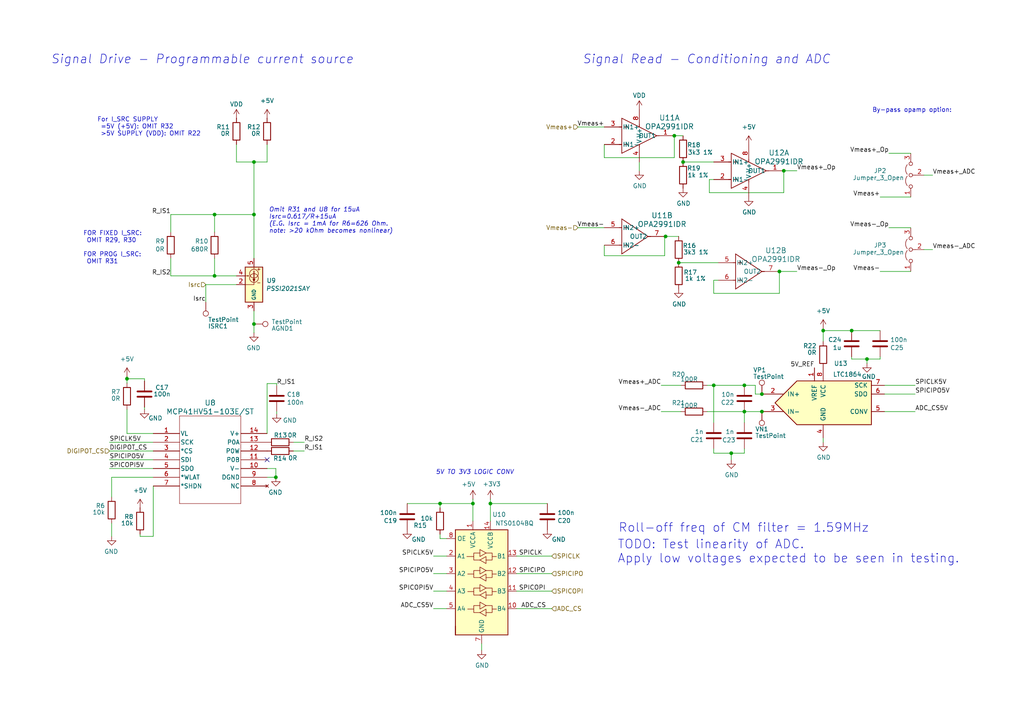
<source format=kicad_sch>
(kicad_sch (version 20231120) (generator "eeschema") (generator_version "8.0")
  (paper "A4")
  (lib_symbols
    (symbol "Analog_ADC:LTC1864" (pin_names (offset 1.016))
      (property "Reference" "U" (at -10.16 7.62 0))
      (property "Value" "LTC1864" (at 11.43 7.62 0))
      (symbol "LTC1864_0_1"
        (polyline (pts (xy 11.43 6.35) (xy -10.16 6.35) (xy -16.51 0) (xy -10.16 -6.35) (xy 11.43 -6.35) (xy 11.43 6.35)) (stroke (width 0.254)) (fill (type background)))
      )
      (symbol "LTC1864_1_1"
        (pin input line (at -5.08 10.16 270) (length 3.81) (name "VREF") (number "1"))
        (pin input line (at -20.32 2.54 0) (length 6.35) (name "IN+") (number "2"))
        (pin input line (at -20.32 -2.54 0) (length 6.35) (name "IN-") (number "3"))
        (pin power_in line (at -2.54 -10.16 90) (length 3.81) (name "GND") (number "4"))
        (pin input line (at 15.24 -2.54 180) (length 3.81) (name "CONV") (number "5"))
        (pin output line (at 15.24 2.54 180) (length 3.81) (name "SDO") (number "6"))
        (pin input line (at 15.24 5.08 180) (length 3.81) (name "SCK") (number "7"))
        (pin power_in line (at -2.54 10.16 270) (length 3.81) (name "VCC") (number "8"))
      )
    )
    (symbol "Connector:TestPoint" (pin_numbers hide) (pin_names (offset 0.762) hide)
      (property "Reference" "TP" (at 0 6.858 0))
      (property "Value" "TestPoint" (at 0 5.08 0))
      (symbol "TestPoint_0_1"
        (circle (center 0 3.302) (radius 0.762))
      )
      (symbol "TestPoint_1_1"
        (pin passive line (at 0 0 90) (length 2.54) (name "1") (number "1"))
      )
    )
    (symbol "Device:C" (pin_numbers hide) (pin_names (offset 0.254))
      (property "Reference" "C" (at 0.635 2.54 0))
      (property "Value" "C" (at 0.635 -2.54 0))
      (symbol "C_0_1"
        (polyline (pts (xy -2.032 -0.762) (xy 2.032 -0.762)) (stroke (width 0.508)))
        (polyline (pts (xy -2.032 0.762) (xy 2.032 0.762)) (stroke (width 0.508)))
      )
      (symbol "C_1_1"
        (pin passive line (at 0 3.81 270) (length 2.794) (name "~") (number "1"))
        (pin passive line (at 0 -3.81 90) (length 2.794) (name "~") (number "2"))
      )
    )
    (symbol "Device:R" (pin_numbers hide) (pin_names (offset 0))
      (property "Reference" "R" (at 2.032 0 90))
      (property "Value" "R" (at 0 0 90))
      (symbol "R_0_1"
        (rectangle (start -1.016 -2.54) (end 1.016 2.54) (stroke (width 0.254)))
      )
      (symbol "R_1_1"
        (pin passive line (at 0 3.81 270) (length 1.27) (name "~") (number "1"))
        (pin passive line (at 0 -3.81 90) (length 1.27) (name "~") (number "2"))
      )
    )
    (symbol "Digipot:MCP41HV51-103E_ST" (pin_names (offset 0.254))
      (property "Reference" "U" (at 17.78 10.16 0))
      (property "Value" "MCP41HV51-103E/ST" (at 17.78 7.62 0))
      (symbol "MCP41HV51-103E_ST_0_1"
        (polyline (pts (xy 7.62 -20.32) (xy 25.4 -20.32)) (stroke (width 0.127)))
        (polyline (pts (xy 7.62 5.08) (xy 7.62 -20.32)) (stroke (width 0.127)))
        (polyline (pts (xy 25.4 -20.32) (xy 25.4 5.08)) (stroke (width 0.127)))
        (polyline (pts (xy 25.4 5.08) (xy 7.62 5.08)) (stroke (width 0.127)))
        (pin power_in line (at 0 0 0) (length 7.62) (name "VL") (number "1"))
        (pin power_in line (at 33.02 -10.16 180) (length 7.62) (name "V-") (number "10"))
        (pin bidirectional line (at 33.02 -7.62 180) (length 7.62) (name "P0B") (number "11"))
        (pin bidirectional line (at 33.02 -5.08 180) (length 7.62) (name "P0W") (number "12"))
        (pin bidirectional line (at 33.02 -2.54 180) (length 7.62) (name "P0A") (number "13"))
        (pin power_in line (at 33.02 0 180) (length 7.62) (name "V+") (number "14"))
        (pin input line (at 0 -2.54 0) (length 7.62) (name "SCK") (number "2"))
        (pin input line (at 0 -5.08 0) (length 7.62) (name "*CS") (number "3"))
        (pin input line (at 0 -7.62 0) (length 7.62) (name "SDI") (number "4"))
        (pin output line (at 0 -10.16 0) (length 7.62) (name "SDO") (number "5"))
        (pin input line (at 0 -12.7 0) (length 7.62) (name "*WLAT") (number "6"))
        (pin input line (at 0 -15.24 0) (length 7.62) (name "*SHDN") (number "7"))
        (pin no_connect line (at 33.02 -15.24 180) (length 7.62) (name "NC") (number "8"))
        (pin power_in line (at 33.02 -12.7 180) (length 7.62) (name "DGND") (number "9"))
      )
    )
    (symbol "Jumper:Jumper_3_Open" (pin_names (offset 0) hide) (exclude_from_sim yes) (in_bom no)
      (property "Reference" "JP" (at -2.54 -2.54 0))
      (property "Value" "Jumper_3_Open" (at 0 2.794 0))
      (symbol "Jumper_3_Open_0_0"
        (circle (center -3.302 0) (radius 0.508))
        (circle (center 0 0) (radius 0.508))
        (circle (center 3.302 0) (radius 0.508))
      )
      (symbol "Jumper_3_Open_0_1"
        (arc (start -0.254 1.016) (mid -1.651 1.4992) (end -3.048 1.016))
        (polyline (pts (xy 0 -0.508) (xy 0 -1.27)))
        (arc (start 3.048 1.016) (mid 1.651 1.4992) (end 0.254 1.016))
      )
      (symbol "Jumper_3_Open_1_1"
        (pin passive line (at -6.35 0 0) (length 2.54) (name "A") (number "1"))
        (pin passive line (at 0 -3.81 90) (length 2.54) (name "C") (number "2"))
        (pin passive line (at 6.35 0 180) (length 2.54) (name "B") (number "3"))
      )
    )
    (symbol "OPA2991IDR:OPA2991IDR" (pin_names (offset 0.254))
      (property "Reference" "U" (at 0 2.54 0))
      (property "Value" "OPA2991IDR" (at 0 0 0))
      (symbol "OPA2991IDR_1_1"
        (polyline (pts (xy 5.08 -7.62) (xy 5.08 2.54)) (stroke (width 0.2032)))
        (polyline (pts (xy 5.08 -7.62) (xy 15.24 -2.54)) (stroke (width 0.2032)))
        (polyline (pts (xy 5.08 -5.08) (xy 4.318 -5.08)) (stroke (width 0.2032)))
        (polyline (pts (xy 5.08 0) (xy 4.318 0)) (stroke (width 0.2032)))
        (polyline (pts (xy 5.08 2.54) (xy 15.24 -2.54)) (stroke (width 0.2032)))
        (polyline (pts (xy 6.35 -0.508) (xy 6.35 0.508)) (stroke (width 0.2032)))
        (polyline (pts (xy 6.858 -5.08) (xy 5.842 -5.08)) (stroke (width 0.2032)))
        (polyline (pts (xy 6.858 0) (xy 5.842 0)) (stroke (width 0.2032)))
        (polyline (pts (xy 10.16 -5.08) (xy 10.16 -5.842)) (stroke (width 0.2032)))
        (polyline (pts (xy 10.16 0) (xy 10.16 0.762)) (stroke (width 0.2032)))
        (polyline (pts (xy 15.24 -2.54) (xy 16.002 -2.54)) (stroke (width 0.2032)))
        (pin unspecified line (at 20.32 -2.54 180) (length 5.08) (name "OUT1") (number "1"))
        (pin tri_state line (at 0 -5.08 0) (length 5.08) (name "IN1-") (number "2"))
        (pin tri_state line (at 0 0 0) (length 5.08) (name "IN1+") (number "3"))
        (pin power_in line (at 10.16 -10.16 90) (length 5.08) (name "V-") (number "4"))
        (pin power_in line (at 10.16 5.08 270) (length 5.08) (name "V+") (number "8"))
      )
      (symbol "OPA2991IDR_2_1"
        (polyline (pts (xy 5.08 -7.62) (xy 5.08 2.54)) (stroke (width 0.2032)))
        (polyline (pts (xy 5.08 -7.62) (xy 12.7 -2.54)) (stroke (width 0.2032)))
        (polyline (pts (xy 5.08 -5.08) (xy 4.318 -5.08)) (stroke (width 0.2032)))
        (polyline (pts (xy 5.08 0) (xy 4.318 0)) (stroke (width 0.2032)))
        (polyline (pts (xy 5.08 2.54) (xy 12.7 -2.54)) (stroke (width 0.2032)))
        (polyline (pts (xy 6.35 -0.508) (xy 6.35 0.508)) (stroke (width 0.2032)))
        (polyline (pts (xy 6.858 -5.08) (xy 5.842 -5.08)) (stroke (width 0.2032)))
        (polyline (pts (xy 6.858 0) (xy 5.842 0)) (stroke (width 0.2032)))
        (polyline (pts (xy 12.7 -2.54) (xy 13.462 -2.54)) (stroke (width 0.2032)))
        (pin tri_state line (at 0 0 0) (length 5.08) (name "IN2+") (number "5"))
        (pin tri_state line (at 0 -5.08 0) (length 5.08) (name "IN2-") (number "6"))
        (pin unspecified line (at 17.78 -2.54 180) (length 5.08) (name "OUT2") (number "7"))
      )
    )
    (symbol "Reference_Current:PSSI2021SAY"
      (property "Reference" "U" (at 1.27 8.255 0))
      (property "Value" "PSSI2021SAY" (at 1.27 6.35 0))
      (symbol "PSSI2021SAY_0_1"
        (pin power_out line (at 5.08 0 180) (length 2.54) (name "~") (number "2"))
      )
      (symbol "PSSI2021SAY_1_1"
        (rectangle (start -2.54 5.08) (end 2.54 -5.08) (stroke (width 0.254)) (fill (type background)))
        (polyline (pts (xy -1.778 0.508) (xy -1.016 0.508)))
        (polyline (pts (xy -1.778 4.445) (xy -1.016 4.445)))
        (polyline (pts (xy -1.397 4.826) (xy -1.397 4.064)))
        (polyline (pts (xy 0 3.937) (xy 0 1.143)) (stroke (width 0.254)))
        (polyline (pts (xy 0 5.08) (xy 0 4.445)))
        (polyline (pts (xy 2.54 0) (xy 0 0) (xy 0 0.635)))
        (polyline (pts (xy 0 1.016) (xy -0.254 1.524) (xy 0.254 1.524) (xy 0 1.016)) (stroke (width 0.254)))
        (polyline (pts (xy 2.54 2.54) (xy 1.778 2.54) (xy 1.778 2.667) (xy 1.524 2.54) (xy 1.778 2.413) (xy 1.778 2.54)))
        (circle (center 0 1.905) (radius 1.27))
        (circle (center 0 3.175) (radius 1.27))
        (pin no_connect line (at -2.54 -2.54 0) (length 2.54) hide (name "NC") (number "1"))
        (pin power_in line (at 0 -7.62 90) (length 2.54) (name "GND") (number "3"))
        (pin passive line (at 5.08 2.54 180) (length 2.54) (name "~") (number "4"))
        (pin power_in line (at 0 7.62 270) (length 2.54) (name "~") (number "5"))
      )
    )
    (symbol "black_sensor_array_EIT_1-rescue:NTS0104BQ-NTS0104BQ"
      (property "Reference" "U" (at -6.35 16.51 0))
      (property "Value" "NTS0104BQ-NTS0104BQ" (at 3.81 16.51 0))
      (symbol "NTS0104BQ-NTS0104BQ_0_1"
        (rectangle (start -7.62 -15.24) (end -7.62 -12.7) (stroke (width 0.254)))
        (rectangle (start -7.62 15.24) (end 7.62 -15.24) (stroke (width 0.254)) (fill (type background)))
        (polyline (pts (xy -2.286 -7.747) (xy -2.286 -6.731) (xy -0.508 -6.731)))
        (polyline (pts (xy -2.286 -2.667) (xy -2.286 -1.651) (xy -0.508 -1.651)))
        (polyline (pts (xy -2.286 2.413) (xy -2.286 3.429) (xy -0.508 3.429)))
        (polyline (pts (xy -2.286 7.493) (xy -2.286 8.509) (xy -0.508 8.509)))
        (polyline (pts (xy 3.048 -7.747) (xy 3.048 -8.763) (xy 1.27 -8.763)))
        (polyline (pts (xy 3.048 -2.667) (xy 3.048 -3.683) (xy 1.27 -3.683)))
        (polyline (pts (xy 3.048 2.413) (xy 3.048 1.397) (xy 1.27 1.397)))
        (polyline (pts (xy 3.048 7.493) (xy 3.048 6.477) (xy 1.27 6.477)))
        (polyline (pts (xy -0.508 -8.763) (xy -2.286 -8.763) (xy -2.286 -7.747) (xy -4.064 -7.747)))
        (polyline (pts (xy -0.508 -8.763) (xy 1.27 -7.747) (xy 1.27 -9.779) (xy -0.508 -8.763)))
        (polyline (pts (xy -0.508 -3.683) (xy -2.286 -3.683) (xy -2.286 -2.667) (xy -4.064 -2.667)))
        (polyline (pts (xy -0.508 -3.683) (xy 1.27 -2.667) (xy 1.27 -4.699) (xy -0.508 -3.683)))
        (polyline (pts (xy -0.508 1.397) (xy -2.286 1.397) (xy -2.286 2.413) (xy -4.064 2.413)))
        (polyline (pts (xy -0.508 1.397) (xy 1.27 2.413) (xy 1.27 0.381) (xy -0.508 1.397)))
        (polyline (pts (xy -0.508 6.477) (xy -2.286 6.477) (xy -2.286 7.493) (xy -4.318 7.493)))
        (polyline (pts (xy -0.508 6.477) (xy 1.27 7.493) (xy 1.27 5.461) (xy -0.508 6.477)))
        (polyline (pts (xy 1.27 -6.731) (xy -0.508 -7.747) (xy -0.508 -5.715) (xy 1.27 -6.731)))
        (polyline (pts (xy 1.27 -6.731) (xy 3.048 -6.731) (xy 3.048 -7.747) (xy 4.318 -7.747)))
        (polyline (pts (xy 1.27 -1.651) (xy -0.508 -2.667) (xy -0.508 -0.635) (xy 1.27 -1.651)))
        (polyline (pts (xy 1.27 -1.651) (xy 3.048 -1.651) (xy 3.048 -2.667) (xy 4.318 -2.667)))
        (polyline (pts (xy 1.27 3.429) (xy -0.508 2.413) (xy -0.508 4.445) (xy 1.27 3.429)))
        (polyline (pts (xy 1.27 3.429) (xy 3.048 3.429) (xy 3.048 2.413) (xy 4.318 2.413)))
        (polyline (pts (xy 1.27 8.509) (xy -0.508 7.493) (xy -0.508 9.525) (xy 1.27 8.509)))
        (polyline (pts (xy 1.27 8.509) (xy 3.048 8.509) (xy 3.048 7.493) (xy 4.318 7.493)))
      )
      (symbol "NTS0104BQ-NTS0104BQ_1_1"
        (pin power_in line (at -2.54 17.78 270) (length 2.54) (name "VCCA") (number "1"))
        (pin bidirectional line (at 10.16 -7.62 180) (length 2.54) (name "B4") (number "10"))
        (pin bidirectional line (at 10.16 -2.54 180) (length 2.54) (name "B3") (number "11"))
        (pin bidirectional line (at 10.16 2.54 180) (length 2.54) (name "B2") (number "12"))
        (pin bidirectional line (at 10.16 7.62 180) (length 2.54) (name "B1") (number "13"))
        (pin power_in line (at 2.54 17.78 270) (length 2.54) (name "VCCB") (number "14"))
        (pin bidirectional line (at -10.16 7.62 0) (length 2.54) (name "A1") (number "2"))
        (pin bidirectional line (at -10.16 2.54 0) (length 2.54) (name "A2") (number "3"))
        (pin bidirectional line (at -10.16 -2.54 0) (length 2.54) (name "A3") (number "4"))
        (pin bidirectional line (at -10.16 -7.62 0) (length 2.54) (name "A4") (number "5"))
        (pin no_connect line (at -10.16 -12.7 0) (length 2.54) hide (name "NC") (number "6"))
        (pin power_in line (at 0 -17.78 90) (length 2.54) (name "GND") (number "7"))
        (pin input line (at -10.16 12.7 0) (length 2.54) (name "OE") (number "8"))
        (pin no_connect line (at 10.16 -12.7 180) (length 2.54) hide (name "NC") (number "9"))
      )
    )
    (symbol "power:+3V3" (power) (pin_names (offset 0))
      (property "Value" "+3V3" (at 0 3.556 0))
      (symbol "+3V3_0_1"
        (polyline (pts (xy -0.762 1.27) (xy 0 2.54)))
        (polyline (pts (xy 0 0) (xy 0 2.54)))
        (polyline (pts (xy 0 2.54) (xy 0.762 1.27)))
      )
      (symbol "+3V3_1_1"
        (pin power_in line (at 0 0 90) (length 0) hide (name "+3V3") (number "1"))
      )
    )
    (symbol "power:+5V" (power) (pin_numbers hide) (pin_names (offset 0) hide)
      (property "Value" "+5V" (at 0 3.556 0))
      (symbol "+5V_0_1"
        (polyline (pts (xy -0.762 1.27) (xy 0 2.54)))
        (polyline (pts (xy 0 0) (xy 0 2.54)))
        (polyline (pts (xy 0 2.54) (xy 0.762 1.27)))
      )
      (symbol "+5V_1_1"
        (pin power_in line (at 0 0 90) (length 0) (name "~") (number "1"))
      )
    )
    (symbol "power:GND" (power) (pin_names (offset 0))
      (property "Value" "GND" (at 0 -3.81 0))
      (symbol "GND_0_1"
        (polyline (pts (xy 0 0) (xy 0 -1.27) (xy 1.27 -1.27) (xy 0 -2.54) (xy -1.27 -1.27) (xy 0 -1.27)))
      )
      (symbol "GND_1_1"
        (pin power_in line (at 0 0 270) (length 0) hide (name "GND") (number "1"))
      )
    )
    (symbol "power:VDD" (power) (pin_numbers hide) (pin_names (offset 0) hide)
      (property "Value" "VDD" (at 0 3.556 0))
      (symbol "VDD_0_1"
        (polyline (pts (xy -0.762 1.27) (xy 0 2.54)))
        (polyline (pts (xy 0 0) (xy 0 2.54)))
        (polyline (pts (xy 0 2.54) (xy 0.762 1.27)))
      )
      (symbol "VDD_1_1"
        (pin power_in line (at 0 0 90) (length 0) (name "~") (number "1"))
      )
    )
  )
  (junction (at 142.24 146.05))
  (junction (at 137.16 146.05))
  (junction (at 251.46 104.14))
  (junction (at 220.98 119.38))
  (junction (at 226.06 78.74))
  (junction (at 215.9 111.76))
  (junction (at 62.23 80.01))
  (junction (at 212.09 131.445))
  (junction (at 227.33 49.53))
  (junction (at 73.66 93.98))
  (junction (at 62.23 62.23))
  (junction (at 238.76 95.885))
  (junction (at 247.015 95.885))
  (junction (at 127.635 146.05))
  (junction (at 73.66 46.99))
  (junction (at 215.9 119.38))
  (junction (at 198.12 46.99))
  (junction (at 193.04 68.58))
  (junction (at 36.83 109.855))
  (junction (at 195.58 39.37))
  (junction (at 196.85 76.2))
  (junction (at 207.01 111.76))
  (junction (at 73.66 62.23))
  (junction (at 220.98 114.3))
  (junction (at 80.01 138.43))
  (no_connect (at 77.47 133.35))
  (wire (pts (xy 68.58 46.99) (xy 68.58 41.91)))
  (wire (pts (xy 44.45 128.27) (xy 31.75 128.27)))
  (wire (pts (xy 80.264 111.252) (xy 80.264 111.76)))
  (wire (pts (xy 127.635 147.32) (xy 127.635 146.05)))
  (wire (pts (xy 149.86 171.45) (xy 160.02 171.45)))
  (wire (pts (xy 212.09 131.445) (xy 212.09 133.35)))
  (wire (pts (xy 62.23 80.01) (xy 68.58 80.01)))
  (wire (pts (xy 198.12 46.99) (xy 207.01 46.99)))
  (wire (pts (xy 49.53 67.31) (xy 49.53 62.23)))
  (wire (pts (xy 205.74 55.88) (xy 227.33 55.88)))
  (wire (pts (xy 129.54 156.21) (xy 127.635 156.21)))
  (wire (pts (xy 215.9 122.555) (xy 215.9 119.38)))
  (wire (pts (xy 205.74 52.07) (xy 205.74 55.88)))
  (wire (pts (xy 139.7 188.595) (xy 139.7 186.69)))
  (wire (pts (xy 196.85 76.2) (xy 208.28 76.2)))
  (wire (pts (xy 44.45 140.97) (xy 44.45 155.575)))
  (wire (pts (xy 207.01 122.555) (xy 207.01 111.76)))
  (wire (pts (xy 36.83 109.855) (xy 36.83 109.22)))
  (wire (pts (xy 175.26 41.91) (xy 175.26 45.72)))
  (wire (pts (xy 193.04 68.58) (xy 196.85 68.58)))
  (wire (pts (xy 256.54 119.38) (xy 265.43 119.38)))
  (wire (pts (xy 207.01 111.76) (xy 215.9 111.76)))
  (wire (pts (xy 238.76 95.25) (xy 238.76 95.885)))
  (wire (pts (xy 192.786 74.168) (xy 192.786 68.58)))
  (wire (pts (xy 59.69 82.55) (xy 68.58 82.55)))
  (wire (pts (xy 62.23 74.93) (xy 62.23 80.01)))
  (wire (pts (xy 68.58 46.99) (xy 73.66 46.99)))
  (wire (pts (xy 215.9 111.76) (xy 219.075 111.76)))
  (wire (pts (xy 32.385 138.43) (xy 32.385 144.145)))
  (wire (pts (xy 215.9 119.38) (xy 205.105 119.38)))
  (wire (pts (xy 36.83 125.73) (xy 44.45 125.73)))
  (wire (pts (xy 40.64 155.575) (xy 44.45 155.575)))
  (wire (pts (xy 80.264 119.38) (xy 80.264 120.015)))
  (wire (pts (xy 73.66 62.23) (xy 73.66 74.93)))
  (wire (pts (xy 149.86 161.29) (xy 160.02 161.29)))
  (wire (pts (xy 41.91 110.49) (xy 41.91 109.855)))
  (wire (pts (xy 62.23 62.23) (xy 62.23 67.31)))
  (wire (pts (xy 77.47 41.91) (xy 77.47 46.99)))
  (wire (pts (xy 255.27 57.15) (xy 264.16 57.15)))
  (wire (pts (xy 77.47 125.73) (xy 77.47 111.252)))
  (wire (pts (xy 31.75 130.81) (xy 44.45 130.81)))
  (wire (pts (xy 41.91 109.855) (xy 36.83 109.855)))
  (wire (pts (xy 88.265 130.81) (xy 85.09 130.81)))
  (wire (pts (xy 129.54 166.37) (xy 125.73 166.37)))
  (wire (pts (xy 62.23 62.23) (xy 73.66 62.23)))
  (wire (pts (xy 49.53 80.01) (xy 62.23 80.01)))
  (wire (pts (xy 175.26 71.12) (xy 175.26 74.168)))
  (wire (pts (xy 41.91 118.11) (xy 41.91 118.745)))
  (wire (pts (xy 142.24 146.05) (xy 142.24 151.13)))
  (wire (pts (xy 247.015 104.14) (xy 251.46 104.14)))
  (wire (pts (xy 80.01 135.89) (xy 80.01 138.43)))
  (wire (pts (xy 270.51 50.8) (xy 267.97 50.8)))
  (wire (pts (xy 127.635 156.21) (xy 127.635 154.94)))
  (wire (pts (xy 270.51 72.39) (xy 267.97 72.39)))
  (wire (pts (xy 192.786 68.58) (xy 193.04 68.58)))
  (wire (pts (xy 142.24 146.05) (xy 158.75 146.05)))
  (wire (pts (xy 149.86 176.53) (xy 160.02 176.53)))
  (wire (pts (xy 220.98 119.38) (xy 215.9 119.38)))
  (wire (pts (xy 175.26 74.168) (xy 192.786 74.168)))
  (wire (pts (xy 59.69 87.63) (xy 59.69 82.55)))
  (wire (pts (xy 255.27 95.885) (xy 247.015 95.885)))
  (wire (pts (xy 167.64 66.04) (xy 175.26 66.04)))
  (wire (pts (xy 31.75 133.35) (xy 44.45 133.35)))
  (wire (pts (xy 207.01 52.07) (xy 205.74 52.07)))
  (wire (pts (xy 125.73 176.53) (xy 129.54 176.53)))
  (wire (pts (xy 219.075 114.3) (xy 220.98 114.3)))
  (wire (pts (xy 88.265 128.27) (xy 85.09 128.27)))
  (wire (pts (xy 191.77 119.38) (xy 197.485 119.38)))
  (wire (pts (xy 32.385 151.765) (xy 32.385 155.575)))
  (wire (pts (xy 149.86 166.37) (xy 160.02 166.37)))
  (wire (pts (xy 77.47 138.43) (xy 80.01 138.43)))
  (wire (pts (xy 129.54 171.45) (xy 125.73 171.45)))
  (wire (pts (xy 137.16 144.78) (xy 137.16 146.05)))
  (wire (pts (xy 208.28 81.28) (xy 207.01 81.28)))
  (wire (pts (xy 191.77 111.76) (xy 197.485 111.76)))
  (wire (pts (xy 137.16 146.05) (xy 137.16 151.13)))
  (wire (pts (xy 73.66 93.98) (xy 73.66 96.52)))
  (wire (pts (xy 256.54 111.76) (xy 265.43 111.76)))
  (wire (pts (xy 231.14 49.53) (xy 227.33 49.53)))
  (wire (pts (xy 227.33 55.88) (xy 227.33 49.53)))
  (wire (pts (xy 256.54 114.3) (xy 265.43 114.3)))
  (wire (pts (xy 49.53 62.23) (xy 62.23 62.23)))
  (wire (pts (xy 247.015 95.885) (xy 238.76 95.885)))
  (wire (pts (xy 73.66 93.98) (xy 73.66 90.17)))
  (wire (pts (xy 36.83 109.855) (xy 36.83 111.125)))
  (wire (pts (xy 215.9 130.175) (xy 215.9 131.445)))
  (wire (pts (xy 167.64 36.83) (xy 175.26 36.83)))
  (wire (pts (xy 257.81 66.04) (xy 264.16 66.04)))
  (wire (pts (xy 31.75 135.89) (xy 44.45 135.89)))
  (wire (pts (xy 207.01 131.445) (xy 212.09 131.445)))
  (wire (pts (xy 77.47 111.252) (xy 80.264 111.252)))
  (wire (pts (xy 36.83 118.745) (xy 36.83 125.73)))
  (wire (pts (xy 73.66 46.99) (xy 73.66 62.23)))
  (wire (pts (xy 207.01 85.09) (xy 226.06 85.09)))
  (wire (pts (xy 255.27 78.74) (xy 264.16 78.74)))
  (wire (pts (xy 195.58 39.37) (xy 198.12 39.37)))
  (wire (pts (xy 238.76 95.885) (xy 238.76 99.06)))
  (wire (pts (xy 195.58 45.72) (xy 195.58 39.37)))
  (wire (pts (xy 44.45 138.43) (xy 32.385 138.43)))
  (wire (pts (xy 127.635 146.05) (xy 118.11 146.05)))
  (wire (pts (xy 185.42 49.53) (xy 185.42 46.99)))
  (wire (pts (xy 77.47 135.89) (xy 80.01 135.89)))
  (wire (pts (xy 251.46 104.14) (xy 255.27 104.14)))
  (wire (pts (xy 40.64 154.94) (xy 40.64 155.575)))
  (wire (pts (xy 73.66 46.99) (xy 77.47 46.99)))
  (wire (pts (xy 129.54 161.29) (xy 125.73 161.29)))
  (wire (pts (xy 255.27 104.14) (xy 255.27 103.505)))
  (wire (pts (xy 257.81 44.45) (xy 264.16 44.45)))
  (wire (pts (xy 251.46 105.41) (xy 251.46 104.14)))
  (wire (pts (xy 226.06 78.74) (xy 226.06 85.09)))
  (wire (pts (xy 215.9 131.445) (xy 212.09 131.445)))
  (wire (pts (xy 238.76 127) (xy 238.76 128.27)))
  (wire (pts (xy 175.26 45.72) (xy 195.58 45.72)))
  (wire (pts (xy 219.075 111.76) (xy 219.075 114.3)))
  (wire (pts (xy 247.015 103.505) (xy 247.015 104.14)))
  (wire (pts (xy 207.01 81.28) (xy 207.01 85.09)))
  (wire (pts (xy 231.14 78.74) (xy 226.06 78.74)))
  (wire (pts (xy 142.24 144.78) (xy 142.24 146.05)))
  (wire (pts (xy 207.01 131.445) (xy 207.01 130.175)))
  (wire (pts (xy 49.53 74.93) (xy 49.53 80.01)))
  (wire (pts (xy 127.635 146.05) (xy 137.16 146.05)))
  (wire (pts (xy 207.01 111.76) (xy 205.105 111.76)))
  (text "Signal Read - Conditioning and ADC " (at 168.91 18.796 0) (effects (font (size 2.54 2.54) (italic yes)) (justify left bottom)))
  (text "FOR FIXED I_SRC:\n OMIT R29, R30\n\nFOR PROG I_SRC:\n OMIT R31" (at 24.13 76.708 0) (effects (font (size 1.27 1.27)) (justify left bottom)))
  (text "Signal Drive - Programmable current source\n" (at 102.616 18.796 0) (effects (font (size 2.54 2.54) (italic yes)) (justify right bottom)))
  (text "Omit R31 and U8 for 15uA\nIsrc=0.617/R+15uA\n(E.G. Isrc = 1mA for R6=626 Ohm. \nnote: >20 kOhm becomes nonlinear)" (at 77.978 67.818 0) (effects (font (size 1.27 1.27) (italic yes)) (justify left bottom)))
  (text "TODO: Test linearity of ADC. \nApply low voltages expected to be seen in testing." (at 179.07 163.576 0) (effects (font (size 2.54 2.54)) (justify left bottom)))
  (text "Roll-off freq of CM filter = 1.59MHz" (at 252.095 154.686 0) (effects (font (size 2.54 2.54)) (justify right bottom)))
  (text "5V TO 3V3 LOGIC CONV\n" (at 126.365 137.795 0) (effects (font (size 1.27 1.27) (italic yes)) (justify left bottom)))
  (text "For I_SRC SUPPLY \n =5V (+5V): OMIT R32\n >5V SUPPLY (VDD): OMIT R22" (at 28.194 39.624 0) (effects (font (size 1.27 1.27)) (justify left bottom)))
  (text "By-pass opamp option:" (at 252.984 32.766 0) (effects (font (size 1.27 1.27)) (justify left bottom)))
  (label "Vmeas+" (at 175.26 36.83 180))
  (label "SPICOPI5V" (at 125.73 171.45 180))
  (label "ADC_CS5V" (at 125.73 176.53 180))
  (label "Vmeas-_Op" (at 231.14 78.74 0))
  (label "Vmeas-_ADC" (at 191.77 119.38 180))
  (label "R_IS2" (at 88.265 128.27 0))
  (label "Isrc" (at 59.69 87.63 180))
  (label "Vmeas+_ADC" (at 270.51 50.8 0))
  (label "ADC_CS" (at 151.13 176.53 0))
  (label "SPICIPO5V" (at 125.73 166.37 180))
  (label "Vmeas+_Op" (at 231.14 49.53 0))
  (label "SPICIPO5V" (at 265.43 114.3 0))
  (label "Vmeas+_ADC" (at 191.77 111.76 180))
  (label "Vmeas-_ADC" (at 270.51 72.39 0))
  (label "R_IS1" (at 80.264 111.76 0))
  (label "ADC_CS5V" (at 265.43 119.38 0))
  (label "SPICOPI5V" (at 31.75 135.89 0))
  (label "Vmeas+_Op" (at 257.81 44.45 180))
  (label "SPICIPO5V" (at 31.75 133.35 0))
  (label "DIGIPOT_CS" (at 31.75 130.81 0))
  (label "SPICLK5V" (at 125.73 161.29 180))
  (label "Vmeas-_Op" (at 257.81 66.04 180))
  (label "R_IS1" (at 49.53 62.23 180))
  (label "SPICIPO" (at 150.495 166.37 0))
  (label "R_IS2" (at 49.53 80.01 180))
  (label "SPICLK5V" (at 265.43 111.76 0))
  (label "SPICLK" (at 150.495 161.29 0))
  (label "Vmeas-" (at 175.26 66.04 180))
  (label "SPICOPI" (at 150.495 171.45 0))
  (label "Vmeas+" (at 255.27 57.15 180))
  (label "Vmeas-" (at 255.27 78.74 180))
  (label "R_IS1" (at 88.265 130.81 0))
  (label "5V_REF" (at 236.22 106.68 180))
  (label "SPICLK5V" (at 31.75 128.27 0))
  (hierarchical_label "ADC_CS" (shape input) (at 160.02 176.53 0))
  (hierarchical_label "SPICLK" (shape input) (at 160.02 161.29 0))
  (hierarchical_label "Vmeas+" (shape input) (at 167.64 36.83 180))
  (hierarchical_label "Isrc" (shape input) (at 59.69 82.55 180))
  (hierarchical_label "DIGIPOT_CS" (shape input) (at 31.75 130.81 180))
  (hierarchical_label "SPICIPO" (shape input) (at 160.02 166.37 0))
  (hierarchical_label "Vmeas-" (shape input) (at 167.64 66.04 180))
  (hierarchical_label "SPICOPI" (shape input) (at 160.02 171.45 0))
  (symbol (lib_id "Device:C") (at 118.11 149.86 180) (unit 1)
    (property "Reference" "C19" (at 115.189 151.0284 0) (effects (justify left)))
    (property "Value" "100n" (at 115.189 148.717 0) (effects (justify left)))
    (property "Footprint" "Capacitor_SMD:C_0603_1608Metric_Pad1.08x0.95mm_HandSolder" (effects (hide yes)))
  )
  (symbol (lib_id "Device:C") (at 41.91 114.3 180) (unit 1)
    (property "Reference" "C17" (at 46.99 112.395 0))
    (property "Value" "100n" (at 46.99 114.3 0))
    (property "Footprint" "Capacitor_SMD:C_0603_1608Metric_Pad1.08x0.95mm_HandSolder" (effects (hide yes)))
  )
  (symbol (lib_id "Device:C") (at 207.01 126.365 180) (unit 1)
    (property "Reference" "C21" (at 204.089 127.5334 0) (effects (justify left)))
    (property "Value" "1n" (at 204.089 125.222 0) (effects (justify left)))
    (property "Footprint" "Capacitor_SMD:C_0603_1608Metric_Pad1.08x0.95mm_HandSolder" (effects (hide yes)))
  )
  (symbol (lib_id "Device:R") (at 32.385 147.955 0) (mirror y) (unit 1)
    (property "Reference" "R6" (at 30.48 146.685 0) (effects (justify left)))
    (property "Value" "10k" (at 30.48 148.59 0) (effects (justify left)))
    (property "Footprint" "Resistor_SMD:R_0603_1608Metric_Pad0.98x0.95mm_HandSolder" (effects (hide yes)))
  )
  (symbol (lib_id "Connector:TestPoint") (at 73.66 93.98 270) (mirror x) (unit 1)
    (property "Reference" "AGND1" (at 78.74 95.25 90) (effects (justify left)))
    (property "Value" "TestPoint" (at 78.74 93.345 90) (effects (justify left)))
    (property "Footprint" "TestPoint:TestPoint_Pad_D1.5mm" (effects (hide yes)))
  )
  (symbol (lib_id "power:GND") (at 80.264 120.015 0) (mirror y) (unit 1)
    (property "Reference" "#PWR054" (effects (hide yes)))
    (property "Value" "GND" (at 84.074 121.92 0))
  )
  (symbol (lib_id "Jumper:Jumper_3_Open") (at 264.16 72.39 90) (unit 1) (exclude_from_sim yes) (in_bom no)
    (property "Reference" "JP3" (at 255.27 71.12 90))
    (property "Value" "Jumper_3_Open" (at 254.762 73.152 90))
    (property "Footprint" "Connector_PinHeader_1.27mm:PinHeader_1x03_P1.27mm_Vertical" (effects (hide yes)))
    (property "Description" "Jumper, 3-pole, both open" (effects (hide yes)))
  )
  (symbol (lib_id "Connector:TestPoint") (at 220.98 114.3 0) (unit 1)
    (property "Reference" "VP1" (at 218.44 107.315 0) (effects (justify left)))
    (property "Value" "TestPoint" (at 218.44 109.22 0) (effects (justify left)))
    (property "Footprint" "TestPoint:TestPoint_Pad_D1.5mm" (effects (hide yes)))
  )
  (symbol (lib_id "power:+5V") (at 36.83 109.22 0) (unit 1)
    (property "Reference" "#PWR047" (effects (hide yes)))
    (property "Value" "+5V" (at 36.83 104.14 0))
    (property "Description" "Power symbol creates a global label with name \"+5V\"" (effects (hide yes)))
  )
  (symbol (lib_id "power:GND") (at 196.85 83.82 0) (unit 1)
    (property "Reference" "#PWR062" (effects (hide yes)))
    (property "Value" "GND" (at 196.977 88.2142 0))
  )
  (symbol (lib_id "power:+5V") (at 238.76 95.25 0) (unit 1)
    (property "Reference" "#PWR067" (effects (hide yes)))
    (property "Value" "+5V" (at 238.76 90.17 0))
    (property "Description" "Power symbol creates a global label with name \"+5V\"" (effects (hide yes)))
  )
  (symbol (lib_id "power:GND") (at 185.42 49.53 0) (unit 1)
    (property "Reference" "#PWR061" (effects (hide yes)))
    (property "Value" "GND" (at 185.547 53.9242 0))
  )
  (symbol (lib_id "OPA2991IDR:OPA2991IDR") (at 208.28 76.2 0) (unit 2)
    (property "Reference" "U12" (at 225.044 72.644 0) (effects (font (size 1.524 1.524))))
    (property "Value" "OPA2991IDR" (at 225.044 75.184 0) (effects (font (size 1.524 1.524))))
    (property "Footprint" "OPA2991IDR:D0008A-MFG" (effects (hide yes)))
    (property "Datasheet" "OPA2991IDR" (effects (hide yes)))
  )
  (symbol (lib_id "Device:C") (at 255.27 99.695 0) (mirror x) (unit 1)
    (property "Reference" "C25" (at 258.191 100.8634 0) (effects (justify left)))
    (property "Value" "100n" (at 258.191 98.552 0) (effects (justify left)))
    (property "Footprint" "Capacitor_SMD:C_0603_1608Metric_Pad1.08x0.95mm_HandSolder" (effects (hide yes)))
  )
  (symbol (lib_id "OPA2991IDR:OPA2991IDR") (at 207.01 46.99 0) (unit 1)
    (property "Reference" "U12" (at 225.933 44.323 0) (effects (font (size 1.524 1.524))))
    (property "Value" "OPA2991IDR" (at 225.933 46.863 0) (effects (font (size 1.524 1.524))))
    (property "Footprint" "OPA2991IDR:D0008A-MFG" (effects (hide yes)))
    (property "Datasheet" "OPA2991IDR" (effects (hide yes)))
  )
  (symbol (lib_id "power:+5V") (at 40.64 147.32 0) (unit 1)
    (property "Reference" "#PWR048" (effects (hide yes)))
    (property "Value" "+5V" (at 40.64 142.24 0))
    (property "Description" "Power symbol creates a global label with name \"+5V\"" (effects (hide yes)))
  )
  (symbol (lib_id "Device:R") (at 196.85 80.01 180) (unit 1)
    (property "Reference" "R17" (at 202.184 78.994 0) (effects (justify left)))
    (property "Value" "1k 1%" (at 204.724 80.772 0) (effects (justify left)))
    (property "Footprint" "Resistor_SMD:R_0603_1608Metric_Pad0.98x0.95mm_HandSolder" (effects (hide yes)))
  )
  (symbol (lib_id "power:GND") (at 41.91 118.745 0) (mirror y) (unit 1)
    (property "Reference" "#PWR049" (effects (hide yes)))
    (property "Value" "GND" (at 45.085 121.285 0))
  )
  (symbol (lib_id "Reference_Current:PSSI2021SAY") (at 73.66 82.55 0) (mirror y) (unit 1)
    (property "Reference" "U9" (at 77.2922 81.3816 0) (effects (justify right)))
    (property "Value" "PSSI2021SAY" (at 77.2922 83.693 0) (effects (font (italic yes)) (justify right)))
    (property "Footprint" "Package_TO_SOT_SMD:SOT-353_SC-70-5" (effects (hide yes)))
    (property "Datasheet" "https://assets.nexperia.com/documents/data-sheet/PSSI2021SAY.pdf" (effects (hide yes)))
  )
  (symbol (lib_id "power:VDD") (at 185.42 31.75 0) (unit 1)
    (property "Reference" "#PWR060" (effects (hide yes)))
    (property "Value" "VDD" (at 185.42 27.686 0))
    (property "Description" "Power symbol creates a global label with name \"VDD\"" (effects (hide yes)))
  )
  (symbol (lib_id "Device:R") (at 40.64 151.13 0) (mirror y) (unit 1)
    (property "Reference" "R8" (at 38.735 149.86 0) (effects (justify left)))
    (property "Value" "10k" (at 38.735 151.765 0) (effects (justify left)))
    (property "Footprint" "Resistor_SMD:R_0603_1608Metric_Pad0.98x0.95mm_HandSolder" (effects (hide yes)))
  )
  (symbol (lib_id "Device:R") (at 62.23 71.12 0) (mirror y) (unit 1)
    (property "Reference" "R10" (at 60.452 69.9516 0) (effects (justify left)))
    (property "Value" "680R" (at 60.452 72.263 0) (effects (justify left)))
    (property "Footprint" "Resistor_SMD:R_0603_1608Metric_Pad0.98x0.95mm_HandSolder" (effects (hide yes)))
  )
  (symbol (lib_id "power:+5V") (at 77.47 34.29 0) (unit 1)
    (property "Reference" "#PWR052" (effects (hide yes)))
    (property "Value" "+5V" (at 77.47 29.21 0))
    (property "Description" "Power symbol creates a global label with name \"+5V\"" (effects (hide yes)))
  )
  (symbol (lib_id "power:GND") (at 251.46 105.41 0) (unit 1)
    (property "Reference" "#PWR069" (effects (hide yes)))
    (property "Value" "GND" (at 251.968 109.22 0))
  )
  (symbol (lib_id "power:+5V") (at 217.17 41.91 0) (unit 1)
    (property "Reference" "#PWR065" (effects (hide yes)))
    (property "Value" "+5V" (at 217.17 36.83 0))
    (property "Description" "Power symbol creates a global label with name \"+5V\"" (effects (hide yes)))
  )
  (symbol (lib_id "Device:R") (at 68.58 38.1 0) (mirror y) (unit 1)
    (property "Reference" "R11" (at 66.675 36.83 0) (effects (justify left)))
    (property "Value" "0R" (at 66.675 38.735 0) (effects (justify left)))
    (property "Footprint" "Resistor_SMD:R_0603_1608Metric_Pad0.98x0.95mm_HandSolder" (effects (hide yes)))
  )
  (symbol (lib_id "power:GND") (at 32.385 155.575 0) (mirror y) (unit 1)
    (property "Reference" "#PWR046" (effects (hide yes)))
    (property "Value" "GND" (at 32.258 159.9692 0))
  )
  (symbol (lib_id "Device:C") (at 247.015 99.695 0) (mirror y) (unit 1)
    (property "Reference" "C24" (at 244.094 98.5266 0) (effects (justify left)))
    (property "Value" "1u" (at 244.094 100.838 0) (effects (justify left)))
    (property "Footprint" "Capacitor_SMD:C_0603_1608Metric_Pad1.08x0.95mm_HandSolder" (effects (hide yes)))
  )
  (symbol (lib_id "Connector:TestPoint") (at 220.98 119.38 180) (unit 1)
    (property "Reference" "VN1" (at 222.885 124.46 0) (effects (justify left)))
    (property "Value" "TestPoint" (at 227.965 126.365 0) (effects (justify left)))
    (property "Footprint" "TestPoint:TestPoint_Pad_D1.5mm" (effects (hide yes)))
  )
  (symbol (lib_id "power:GND") (at 212.09 133.35 0) (unit 1)
    (property "Reference" "#PWR064" (effects (hide yes)))
    (property "Value" "GND" (at 212.217 137.7442 0))
  )
  (symbol (lib_id "Device:R") (at 81.28 128.27 90) (mirror x) (unit 1)
    (property "Reference" "R13" (at 83.312 126.238 90) (effects (justify left)))
    (property "Value" "0R" (at 86.106 126.238 90) (effects (justify left)))
    (property "Footprint" "Resistor_SMD:R_0603_1608Metric_Pad0.98x0.95mm_HandSolder" (effects (hide yes)))
  )
  (symbol (lib_id "Device:C") (at 158.75 149.86 0) (mirror x) (unit 1)
    (property "Reference" "C20" (at 161.671 151.0284 0) (effects (justify left)))
    (property "Value" "100n" (at 161.671 148.717 0) (effects (justify left)))
    (property "Footprint" "Capacitor_SMD:C_0603_1608Metric_Pad1.08x0.95mm_HandSolder" (effects (hide yes)))
  )
  (symbol (lib_id "Digipot:MCP41HV51-103E_ST") (at 44.45 125.73 0) (unit 1)
    (property "Reference" "U8" (at 60.96 116.84 0) (effects (font (size 1.524 1.524))))
    (property "Value" "MCP41HV51-103E/ST" (at 60.96 119.38 0) (effects (font (size 1.524 1.524))))
    (property "Footprint" "Package_SO:TSSOP-14_4.4x5mm_P0.65mm" (effects (hide yes)))
    (property "Datasheet" "MCP41HV51-103E/ST" (effects (hide yes)))
  )
  (symbol (lib_id "power:GND") (at 73.66 96.52 0) (mirror y) (unit 1)
    (property "Reference" "#PWR051" (effects (hide yes)))
    (property "Value" "GND" (at 73.533 100.9142 0))
  )
  (symbol (lib_id "Device:R") (at 127.635 151.13 180) (unit 1)
    (property "Reference" "R15" (at 123.825 152.4 0) (effects (justify left)))
    (property "Value" "10k" (at 125.603 150.368 0) (effects (justify left)))
    (property "Footprint" "Resistor_SMD:R_0603_1608Metric_Pad0.98x0.95mm_HandSolder" (effects (hide yes)))
  )
  (symbol (lib_id "Jumper:Jumper_3_Open") (at 264.16 50.8 90) (unit 1) (exclude_from_sim yes) (in_bom no)
    (property "Reference" "JP2" (at 255.27 49.53 90))
    (property "Value" "Jumper_3_Open" (at 254.762 51.562 90))
    (property "Footprint" "Connector_PinHeader_1.27mm:PinHeader_1x03_P1.27mm_Vertical" (effects (hide yes)))
    (property "Description" "Jumper, 3-pole, both open" (effects (hide yes)))
  )
  (symbol (lib_id "power:GND") (at 158.75 153.67 0) (unit 1)
    (property "Reference" "#PWR059" (effects (hide yes)))
    (property "Value" "GND" (at 162.052 156.464 0))
  )
  (symbol (lib_id "Device:R") (at 49.53 71.12 0) (mirror y) (unit 1)
    (property "Reference" "R9" (at 47.752 69.9516 0) (effects (justify left)))
    (property "Value" "0R" (at 47.752 72.263 0) (effects (justify left)))
    (property "Footprint" "Resistor_THT:R_Axial_DIN0204_L3.6mm_D1.6mm_P5.08mm_Vertical" (effects (hide yes)))
  )
  (symbol (lib_id "Device:R") (at 77.47 38.1 0) (mirror y) (unit 1)
    (property "Reference" "R12" (at 75.565 36.83 0) (effects (justify left)))
    (property "Value" "0R" (at 75.565 38.735 0) (effects (justify left)))
    (property "Footprint" "Resistor_SMD:R_0603_1608Metric_Pad0.98x0.95mm_HandSolder" (effects (hide yes)))
  )
  (symbol (lib_id "Connector:TestPoint") (at 59.69 87.63 0) (mirror x) (unit 1)
    (property "Reference" "ISRC1" (at 60.325 94.615 0) (effects (justify left)))
    (property "Value" "TestPoint" (at 60.325 92.71 0) (effects (justify left)))
    (property "Footprint" "TestPoint:TestPoint_Pad_D1.5mm" (effects (hide yes)))
  )
  (symbol (lib_id "Device:R") (at 201.295 119.38 90) (unit 1)
    (property "Reference" "R21" (at 198.755 116.84 90) (effects (justify left)))
    (property "Value" "100R" (at 202.438 117.602 90) (effects (justify left)))
    (property "Footprint" "Resistor_SMD:R_0603_1608Metric_Pad0.98x0.95mm_HandSolder" (effects (hide yes)))
  )
  (symbol (lib_id "OPA2991IDR:OPA2991IDR") (at 175.26 36.83 0) (unit 1)
    (property "Reference" "U11" (at 194.183 34.163 0) (effects (font (size 1.524 1.524))))
    (property "Value" "OPA2991IDR" (at 194.183 36.703 0) (effects (font (size 1.524 1.524))))
    (property "Footprint" "OPA2991IDR:D0008A-MFG" (effects (hide yes)))
    (property "Datasheet" "OPA2991IDR" (effects (hide yes)))
  )
  (symbol (lib_id "power:GND") (at 118.11 153.67 0) (unit 1)
    (property "Reference" "#PWR055" (effects (hide yes)))
    (property "Value" "GND" (at 121.412 156.464 0))
  )
  (symbol (lib_id "black_sensor_array_EIT_1-rescue:NTS0104BQ-NTS0104BQ") (at 139.7 168.91 0) (unit 1)
    (property "Reference" "U10" (at 144.78 149.225 0))
    (property "Value" "NTS0104BQ" (at 149.225 151.765 0))
    (property "Footprint" "vt-footprints:DHVQFN14-2.5x3" (effects (hide yes)))
    (property "Datasheet" "http://www.ti.com/lit/ds/symlink/txb0104.pdf" (effects (hide yes)))
  )
  (symbol (lib_id "Analog_ADC:LTC1864") (at 241.3 116.84 0) (unit 1)
    (property "Reference" "U13" (at 243.84 105.41 0))
    (property "Value" "LTC1864" (at 245.745 108.585 0))
    (property "Footprint" "Package_SO:SOIC-8_3.9x4.9mm_P1.27mm" (effects (hide yes)))
    (property "Datasheet" "https://www.analog.com/media/en/technical-documentation/data-sheets/18645fb.pdf" (effects (hide yes)))
  )
  (symbol (lib_id "Device:C") (at 80.264 115.57 0) (unit 1)
    (property "Reference" "C18" (at 83.185 114.4016 0) (effects (justify left)))
    (property "Value" "100n" (at 83.185 116.713 0) (effects (justify left)))
    (property "Footprint" "Capacitor_SMD:C_0603_1608Metric_Pad1.08x0.95mm_HandSolder" (effects (hide yes)))
  )
  (symbol (lib_id "power:GND") (at 238.76 128.27 0) (unit 1)
    (property "Reference" "#PWR068" (effects (hide yes)))
    (property "Value" "GND" (at 238.887 132.6642 0))
  )
  (symbol (lib_id "Device:R") (at 196.85 72.39 180) (unit 1)
    (property "Reference" "R16" (at 201.93 71.247 0) (effects (justify left)))
    (property "Value" "3k3 1%" (at 205.486 73.152 0) (effects (justify left)))
    (property "Footprint" "Resistor_SMD:R_0603_1608Metric_Pad0.98x0.95mm_HandSolder" (effects (hide yes)))
  )
  (symbol (lib_id "Device:R") (at 36.83 114.935 0) (mirror y) (unit 1)
    (property "Reference" "R7" (at 34.925 113.665 0) (effects (justify left)))
    (property "Value" "0R" (at 34.925 115.57 0) (effects (justify left)))
    (property "Footprint" "Resistor_SMD:R_0603_1608Metric_Pad0.98x0.95mm_HandSolder" (effects (hide yes)))
  )
  (symbol (lib_id "power:+5V") (at 137.16 144.78 0) (unit 1)
    (property "Reference" "#PWR056" (effects (hide yes)))
    (property "Value" "+5V" (at 135.89 140.462 0))
    (property "Description" "Power symbol creates a global label with name \"+5V\"" (effects (hide yes)))
  )
  (symbol (lib_id "Device:R") (at 81.28 130.81 270) (mirror x) (unit 1)
    (property "Reference" "R14" (at 79.248 132.969 90) (effects (justify left)))
    (property "Value" "0R" (at 83.566 132.842 90) (effects (justify left)))
    (property "Footprint" "Resistor_SMD:R_0603_1608Metric_Pad0.98x0.95mm_HandSolder" (effects (hide yes)))
  )
  (symbol (lib_id "power:GND") (at 217.17 57.15 0) (unit 1)
    (property "Reference" "#PWR066" (effects (hide yes)))
    (property "Value" "GND" (at 217.297 61.5442 0))
  )
  (symbol (lib_id "Device:C") (at 215.9 126.365 180) (unit 1)
    (property "Reference" "C23" (at 213.36 127.635 0) (effects (justify left)))
    (property "Value" "1n" (at 212.979 125.222 0) (effects (justify left)))
    (property "Footprint" "Capacitor_SMD:C_0603_1608Metric_Pad1.08x0.95mm_HandSolder" (effects (hide yes)))
  )
  (symbol (lib_id "power:GND") (at 198.12 54.61 0) (unit 1)
    (property "Reference" "#PWR063" (effects (hide yes)))
    (property "Value" "GND" (at 198.247 59.0042 0))
  )
  (symbol (lib_id "power:GND") (at 80.01 138.43 0) (mirror y) (unit 1)
    (property "Reference" "#PWR053" (effects (hide yes)))
    (property "Value" "GND" (at 79.883 142.8242 0))
  )
  (symbol (lib_id "power:GND") (at 139.7 188.595 0) (unit 1)
    (property "Reference" "#PWR057" (effects (hide yes)))
    (property "Value" "GND" (at 139.827 192.9892 0))
  )
  (symbol (lib_id "power:VDD") (at 68.58 34.29 0) (unit 1)
    (property "Reference" "#PWR050" (effects (hide yes)))
    (property "Value" "VDD" (at 68.58 30.226 0))
    (property "Description" "Power symbol creates a global label with name \"VDD\"" (effects (hide yes)))
  )
  (symbol (lib_id "Device:R") (at 198.12 50.8 180) (unit 1)
    (property "Reference" "R19" (at 203.2 48.768 0) (effects (justify left)))
    (property "Value" "1k 1%" (at 205.486 50.8 0) (effects (justify left)))
    (property "Footprint" "Resistor_SMD:R_0603_1608Metric_Pad0.98x0.95mm_HandSolder" (effects (hide yes)))
  )
  (symbol (lib_id "OPA2991IDR:OPA2991IDR") (at 175.26 66.04 0) (unit 2)
    (property "Reference" "U11" (at 192.024 62.484 0) (effects (font (size 1.524 1.524))))
    (property "Value" "OPA2991IDR" (at 192.024 65.024 0) (effects (font (size 1.524 1.524))))
    (property "Footprint" "OPA2991IDR:D0008A-MFG" (effects (hide yes)))
    (property "Datasheet" "OPA2991IDR" (effects (hide yes)))
  )
  (symbol (lib_id "Device:C") (at 215.9 115.57 180) (unit 1)
    (property "Reference" "C22" (at 212.979 116.7384 0) (effects (justify left)))
    (property "Value" "10n" (at 212.979 114.427 0) (effects (justify left)))
    (property "Footprint" "Capacitor_SMD:C_0603_1608Metric_Pad1.08x0.95mm_HandSolder" (effects (hide yes)))
  )
  (symbol (lib_id "Device:R") (at 238.76 102.87 180) (unit 1)
    (property "Reference" "R22" (at 236.855 100.33 0) (effects (justify left)))
    (property "Value" "0R" (at 236.855 102.235 0) (effects (justify left)))
    (property "Footprint" "Resistor_SMD:R_0603_1608Metric_Pad0.98x0.95mm_HandSolder" (effects (hide yes)))
  )
  (symbol (lib_id "Device:R") (at 198.12 43.18 180) (unit 1)
    (property "Reference" "R18" (at 203.2 42.037 0) (effects (justify left)))
    (property "Value" "3k3 1%" (at 206.756 44.196 0) (effects (justify left)))
    (property "Footprint" "Resistor_SMD:R_0603_1608Metric_Pad0.98x0.95mm_HandSolder" (effects (hide yes)))
  )
  (symbol (lib_id "power:+3V3") (at 142.24 144.78 0) (unit 1)
    (property "Reference" "#PWR058" (effects (hide yes)))
    (property "Value" "+3V3" (at 142.621 140.3858 0))
  )
  (symbol (lib_id "Device:R") (at 201.295 111.76 90) (unit 1)
    (property "Reference" "R20" (at 198.755 108.585 90) (effects (justify left)))
    (property "Value" "100R" (at 202.438 109.982 90) (effects (justify left)))
    (property "Footprint" "Resistor_SMD:R_0603_1608Metric_Pad0.98x0.95mm_HandSolder" (effects (hide yes)))
  )
)
</source>
